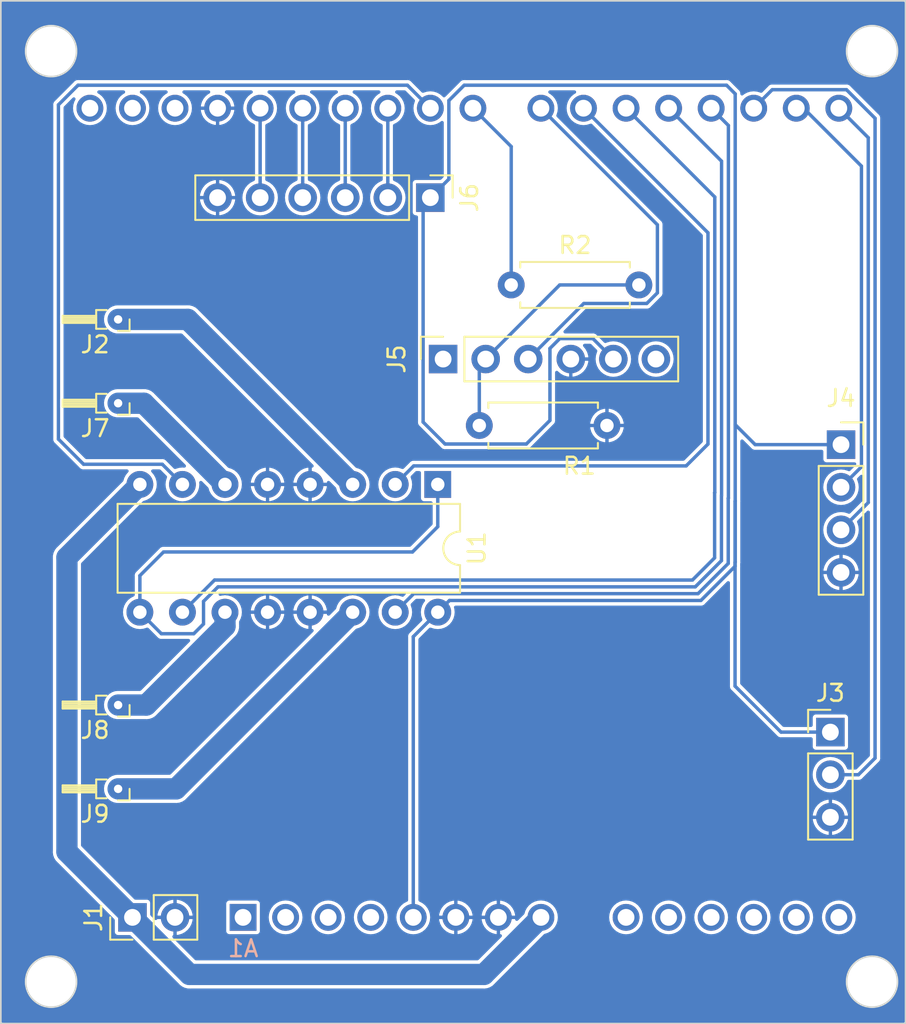
<source format=kicad_pcb>
(kicad_pcb (version 20221018) (generator pcbnew)
  (layers (0 "F.Cu" signal) (31 "B.Cu" signal) (34 "B.Paste" user) (35 "F.Paste" user) (36 "B.SilkS" user "B.Silkscreen") (37 "F.SilkS" user "F.Silkscreen") (38 "B.Mask" user) (39 "F.Mask" user) (44 "Edge.Cuts" user))
  (net 0 "")
  (net 5 "+5V")
  (net 6 "GND")
  (net 7 "VCC")
  (net 14 "/En_M")
  (net 15 "/Trig-SR04")
  (net 16 "/Echo-SR04")
  (net 17 "/M1_D1")
  (net 18 "/Din")
  (net 19 "/M1_D2")
  (net 20 "/M2_D1")
  (net 21 "/TX-HC05")
  (net 22 "/RX-HC05")
  (net 23 "/M2_D2")
  (net 24 "/S1")
  (net 25 "/S2")
  (net 26 "/S3")
  (net 27 "/S4")
  (net 32 "Net-(J5-Pin_2)")
  (net 34 "/PM1-1")
  (net 35 "/PM1-2")
  (net 36 "/PM2-1")
  (net 37 "/PM2-2")
  (footprint "Connector_PinHeader_2.54mm:PinHeader_1x02_P2.54mm_Vertical" (layer "F.Cu") (at 125.857 105.664 90)
    (fp_text reference "J1" (at 0 -2.33 90) (layer "F.SilkS"))
    (fp_text value "Battery")
    (fp_line (start -1.33 -1.33) (end 0 -1.33) (stroke (width 0.12)) (layer "F.SilkS"))
    (fp_line (start -1.33 0) (end -1.33 -1.33) (stroke (width 0.12)) (layer "F.SilkS"))
    (fp_line (start -1.33 1.27) (end -1.33 3.87) (stroke (width 0.12)) (layer "F.SilkS"))
    (fp_line (start -1.33 1.27) (end 1.33 1.27) (stroke (width 0.12)) (layer "F.SilkS"))
    (fp_line (start -1.33 3.87) (end 1.33 3.87) (stroke (width 0.12)) (layer "F.SilkS"))
    (fp_line (start 1.33 1.27) (end 1.33 3.87) (stroke (width 0.12)) (layer "F.SilkS"))
    (pad "1" thru_hole rect (at 0 0 90) (size 1.7 1.7) (drill 1) (layers "*.Cu" "*.Mask") (net 7 "VCC"))
    (pad "2" thru_hole oval (at 0 2.54 90) (size 1.7 1.7) (drill 1) (layers "*.Cu" "*.Mask") (net 6 "GND"))
  )
  (footprint "Connector_PinHeader_2.54mm:PinHeader_1x06_P2.54mm_Vertical" (layer "F.Cu") (at 143.637 62.738 -90)
    (fp_text reference "J6" (at 0 -2.33 -270) (layer "F.SilkS"))
    (fp_text value "CNY70")
    (fp_line (start -1.33 -1.33) (end 0 -1.33) (stroke (width 0.12)) (layer "F.SilkS"))
    (fp_line (start -1.33 0) (end -1.33 -1.33) (stroke (width 0.12)) (layer "F.SilkS"))
    (fp_line (start -1.33 1.27) (end -1.33 14.03) (stroke (width 0.12)) (layer "F.SilkS"))
    (fp_line (start -1.33 1.27) (end 1.33 1.27) (stroke (width 0.12)) (layer "F.SilkS"))
    (fp_line (start -1.33 14.03) (end 1.33 14.03) (stroke (width 0.12)) (layer "F.SilkS"))
    (fp_line (start 1.33 1.27) (end 1.33 14.03) (stroke (width 0.12)) (layer "F.SilkS"))
    (pad "1" thru_hole rect (at 0 0 270) (size 1.7 1.7) (drill 1) (layers "*.Cu" "*.Mask") (net 5 "+5V"))
    (pad "2" thru_hole oval (at 0 2.54 270) (size 1.7 1.7) (drill 1) (layers "*.Cu" "*.Mask") (net 24 "/S1"))
    (pad "3" thru_hole oval (at 0 5.08 270) (size 1.7 1.7) (drill 1) (layers "*.Cu" "*.Mask") (net 25 "/S2"))
    (pad "4" thru_hole oval (at 0 7.62 270) (size 1.7 1.7) (drill 1) (layers "*.Cu" "*.Mask") (net 26 "/S3"))
    (pad "5" thru_hole oval (at 0 10.16 270) (size 1.7 1.7) (drill 1) (layers "*.Cu" "*.Mask") (net 27 "/S4"))
    (pad "6" thru_hole oval (at 0 12.7 270) (size 1.7 1.7) (drill 1) (layers "*.Cu" "*.Mask") (net 6 "GND"))
  )
  (footprint "Connector_PinSocket_2.54mm:PinSocket_1x04_P2.54mm_Vertical" (layer "F.Cu") (at 168.148 77.47)
    (fp_text reference "J4" (at 0 -2.77) (layer "F.SilkS"))
    (fp_text value "SR-04")
    (fp_line (start -1.33 1.27) (end -1.33 8.95) (stroke (width 0.12)) (layer "F.SilkS"))
    (fp_line (start -1.33 1.27) (end 1.33 1.27) (stroke (width 0.12)) (layer "F.SilkS"))
    (fp_line (start -1.33 8.95) (end 1.33 8.95) (stroke (width 0.12)) (layer "F.SilkS"))
    (fp_line (start 0 -1.33) (end 1.33 -1.33) (stroke (width 0.12)) (layer "F.SilkS"))
    (fp_line (start 1.33 -1.33) (end 1.33 0) (stroke (width 0.12)) (layer "F.SilkS"))
    (fp_line (start 1.33 1.27) (end 1.33 8.95) (stroke (width 0.12)) (layer "F.SilkS"))
    (pad "1" thru_hole rect (at 0 0) (size 1.7 1.7) (drill 1) (layers "*.Cu" "*.Mask") (net 5 "+5V"))
    (pad "2" thru_hole oval (at 0 2.54) (size 1.7 1.7) (drill 1) (layers "*.Cu" "*.Mask") (net 15 "/Trig-SR04"))
    (pad "3" thru_hole oval (at 0 5.08) (size 1.7 1.7) (drill 1) (layers "*.Cu" "*.Mask") (net 16 "/Echo-SR04"))
    (pad "4" thru_hole oval (at 0 7.62) (size 1.7 1.7) (drill 1) (layers "*.Cu" "*.Mask") (net 6 "GND"))
  )
  (footprint "Resistor_THT:R_Axial_DIN0207_L6.3mm_D2.5mm_P7.62mm_Horizontal" (layer "F.Cu") (at 146.558 76.327)
    (fp_text reference "R1" (at 5.969 2.413) (layer "F.SilkS"))
    (fp_text value "2.2K")
    (fp_line (start 0.54 -1.37) (end 7.08 -1.37) (stroke (width 0.12)) (layer "F.SilkS"))
    (fp_line (start 0.54 -1.04) (end 0.54 -1.37) (stroke (width 0.12)) (layer "F.SilkS"))
    (fp_line (start 0.54 1.04) (end 0.54 1.37) (stroke (width 0.12)) (layer "F.SilkS"))
    (fp_line (start 0.54 1.37) (end 7.08 1.37) (stroke (width 0.12)) (layer "F.SilkS"))
    (fp_line (start 7.08 -1.37) (end 7.08 -1.04) (stroke (width 0.12)) (layer "F.SilkS"))
    (fp_line (start 7.08 1.37) (end 7.08 1.04) (stroke (width 0.12)) (layer "F.SilkS"))
    (pad "1" thru_hole circle (at 0 0) (size 1.6 1.6) (drill 0.8) (layers "*.Cu" "*.Mask") (net 32 "Net-(J5-Pin_2)"))
    (pad "2" thru_hole oval (at 7.62 0) (size 1.6 1.6) (drill 0.8) (layers "*.Cu" "*.Mask") (net 6 "GND"))
  )
  (footprint "Connector_PinHeader_1.00mm:PinHeader_1x01_P1.00mm_Horizontal" (layer "F.Cu") (at 125 75 180)
    (fp_text reference "J7" (at 1.375 -1.5) (layer "F.SilkS"))
    (fp_text value "M1-2")
    (fp_line (start -0.685 -0.685) (end 0 -0.685) (stroke (width 0.12)) (layer "F.SilkS"))
    (fp_line (start -0.685 0) (end -0.685 -0.685) (stroke (width 0.12)) (layer "F.SilkS"))
    (fp_line (start 0.685 -0.56) (end 1.31 -0.56) (stroke (width 0.12)) (layer "F.SilkS"))
    (fp_line (start 1.31 -0.56) (end 1.31 0.56) (stroke (width 0.12)) (layer "F.SilkS"))
    (fp_line (start 1.31 -0.21) (end 3.31 -0.21) (stroke (width 0.12)) (layer "F.SilkS"))
    (fp_line (start 1.31 -0.15) (end 3.31 -0.15) (stroke (width 0.12)) (layer "F.SilkS"))
    (fp_line (start 1.31 -0.03) (end 3.31 -0.03) (stroke (width 0.12)) (layer "F.SilkS"))
    (fp_line (start 1.31 0.09) (end 3.31 0.09) (stroke (width 0.12)) (layer "F.SilkS"))
    (fp_line (start 1.31 0.56) (end 0.685 0.56) (stroke (width 0.12)) (layer "F.SilkS"))
    (fp_line (start 3.31 -0.21) (end 3.31 0.21) (stroke (width 0.12)) (layer "F.SilkS"))
    (fp_line (start 3.31 0.21) (end 1.31 0.21) (stroke (width 0.12)) (layer "F.SilkS"))
    (pad "1" thru_hole rect (at 0 0 180) (size 0.85 0.85) (drill 0.5) (layers "*.Cu" "*.Mask") (net 35 "/PM1-2"))
  )
  (footprint "Connector_PinHeader_1.00mm:PinHeader_1x01_P1.00mm_Horizontal" (layer "F.Cu") (at 125 70 180)
    (fp_text reference "J2" (at 1.375 -1.5) (layer "F.SilkS"))
    (fp_text value "M1-1")
    (fp_line (start -0.685 -0.685) (end 0 -0.685) (stroke (width 0.12)) (layer "F.SilkS"))
    (fp_line (start -0.685 0) (end -0.685 -0.685) (stroke (width 0.12)) (layer "F.SilkS"))
    (fp_line (start 0.685 -0.56) (end 1.31 -0.56) (stroke (width 0.12)) (layer "F.SilkS"))
    (fp_line (start 1.31 -0.56) (end 1.31 0.56) (stroke (width 0.12)) (layer "F.SilkS"))
    (fp_line (start 1.31 -0.21) (end 3.31 -0.21) (stroke (width 0.12)) (layer "F.SilkS"))
    (fp_line (start 1.31 -0.15) (end 3.31 -0.15) (stroke (width 0.12)) (layer "F.SilkS"))
    (fp_line (start 1.31 -0.03) (end 3.31 -0.03) (stroke (width 0.12)) (layer "F.SilkS"))
    (fp_line (start 1.31 0.09) (end 3.31 0.09) (stroke (width 0.12)) (layer "F.SilkS"))
    (fp_line (start 1.31 0.56) (end 0.685 0.56) (stroke (width 0.12)) (layer "F.SilkS"))
    (fp_line (start 3.31 -0.21) (end 3.31 0.21) (stroke (width 0.12)) (layer "F.SilkS"))
    (fp_line (start 3.31 0.21) (end 1.31 0.21) (stroke (width 0.12)) (layer "F.SilkS"))
    (pad "1" thru_hole rect (at 0 0 180) (size 0.85 0.85) (drill 0.5) (layers "*.Cu" "*.Mask") (net 34 "/PM1-1"))
  )
  (footprint "Package_DIP:DIP-16_W7.62mm" (layer "F.Cu") (at 144.0792 79.8422 -90)
    (fp_text reference "U1" (at 3.81 -2.33 90) (layer "F.SilkS"))
    (fp_text value "L293D")
    (fp_line (start 1.16 -1.33) (end 1.16 19.11) (stroke (width 0.12)) (layer "F.SilkS"))
    (fp_line (start 1.16 19.11) (end 6.46 19.11) (stroke (width 0.12)) (layer "F.SilkS"))
    (fp_line (start 2.81 -1.33) (end 1.16 -1.33) (stroke (width 0.12)) (layer "F.SilkS"))
    (fp_line (start 6.46 -1.33) (end 4.81 -1.33) (stroke (width 0.12)) (layer "F.SilkS"))
    (fp_line (start 6.46 19.11) (end 6.46 -1.33) (stroke (width 0.12)) (layer "F.SilkS"))
    (fp_arc (start 4.81 -1.33) (mid 3.81 -0.33) (end 2.81 -1.33) (stroke (width 0.12)) (layer "F.SilkS"))
    (pad "1" thru_hole rect (at 0 0 270) (size 1.6 1.6) (drill 0.8) (layers "*.Cu" "*.Mask") (net 14 "/En_M"))
    (pad "2" thru_hole oval (at 0 2.54 270) (size 1.6 1.6) (drill 0.8) (layers "*.Cu" "*.Mask") (net 17 "/M1_D1"))
    (pad "3" thru_hole oval (at 0 5.08 270) (size 1.6 1.6) (drill 0.8) (layers "*.Cu" "*.Mask") (net 34 "/PM1-1"))
    (pad "4" thru_hole oval (at 0 7.62 270) (size 1.6 1.6) (drill 0.8) (layers "*.Cu" "*.Mask") (net 6 "GND"))
    (pad "5" thru_hole oval (at 0 10.16 270) (size 1.6 1.6) (drill 0.8) (layers "*.Cu" "*.Mask") (net 6 "GND"))
    (pad "6" thru_hole oval (at 0 12.7 270) (size 1.6 1.6) (drill 0.8) (layers "*.Cu" "*.Mask") (net 35 "/PM1-2"))
    (pad "7" thru_hole oval (at 0 15.24 270) (size 1.6 1.6) (drill 0.8) (layers "*.Cu" "*.Mask") (net 19 "/M1_D2"))
    (pad "8" thru_hole oval (at 0 17.78 270) (size 1.6 1.6) (drill 0.8) (layers "*.Cu" "*.Mask") (net 7 "VCC"))
    (pad "9" thru_hole oval (at 7.62 17.78 270) (size 1.6 1.6) (drill 0.8) (layers "*.Cu" "*.Mask") (net 14 "/En_M"))
    (pad "10" thru_hole oval (at 7.62 15.24 270) (size 1.6 1.6) (drill 0.8) (layers "*.Cu" "*.Mask") (net 20 "/M2_D1"))
    (pad "11" thru_hole oval (at 7.62 12.7 270) (size 1.6 1.6) (drill 0.8) (layers "*.Cu" "*.Mask") (net 36 "/PM2-1"))
    (pad "12" thru_hole oval (at 7.62 10.16 270) (size 1.6 1.6) (drill 0.8) (layers "*.Cu" "*.Mask") (net 6 "GND"))
    (pad "13" thru_hole oval (at 7.62 7.62 270) (size 1.6 1.6) (drill 0.8) (layers "*.Cu" "*.Mask") (net 6 "GND"))
    (pad "14" thru_hole oval (at 7.62 5.08 270) (size 1.6 1.6) (drill 0.8) (layers "*.Cu" "*.Mask") (net 37 "/PM2-2"))
    (pad "15" thru_hole oval (at 7.62 2.54 270) (size 1.6 1.6) (drill 0.8) (layers "*.Cu" "*.Mask") (net 23 "/M2_D2"))
    (pad "16" thru_hole oval (at 7.62 0 270) (size 1.6 1.6) (drill 0.8) (layers "*.Cu" "*.Mask") (net 5 "+5V"))
  )
  (footprint "Connector_PinSocket_2.54mm:PinSocket_1x06_P2.54mm_Vertical" (layer "F.Cu") (at 144.3986 72.365 90)
    (fp_text reference "J5" (at 0 -2.77 90) (layer "F.SilkS"))
    (fp_text value "HC-05")
    (fp_line (start -1.33 1.27) (end -1.33 14.03) (stroke (width 0.12)) (layer "F.SilkS"))
    (fp_line (start -1.33 1.27) (end 1.33 1.27) (stroke (width 0.12)) (layer "F.SilkS"))
    (fp_line (start -1.33 14.03) (end 1.33 14.03) (stroke (width 0.12)) (layer "F.SilkS"))
    (fp_line (start 0 -1.33) (end 1.33 -1.33) (stroke (width 0.12)) (layer "F.SilkS"))
    (fp_line (start 1.33 -1.33) (end 1.33 0) (stroke (width 0.12)) (layer "F.SilkS"))
    (fp_line (start 1.33 1.27) (end 1.33 14.03) (stroke (width 0.12)) (layer "F.SilkS"))
    (pad "1" thru_hole rect (at 0 0 90) (size 1.7 1.7) (drill 1) (layers "*.Cu" "*.Mask"))
    (pad "2" thru_hole oval (at 0 2.54 90) (size 1.7 1.7) (drill 1) (layers "*.Cu" "*.Mask") (net 32 "Net-(J5-Pin_2)"))
    (pad "3" thru_hole oval (at 0 5.08 90) (size 1.7 1.7) (drill 1) (layers "*.Cu" "*.Mask") (net 21 "/TX-HC05"))
    (pad "4" thru_hole oval (at 0 7.62 90) (size 1.7 1.7) (drill 1) (layers "*.Cu" "*.Mask") (net 6 "GND"))
    (pad "5" thru_hole oval (at 0 10.16 90) (size 1.7 1.7) (drill 1) (layers "*.Cu" "*.Mask") (net 5 "+5V"))
    (pad "6" thru_hole oval (at 0 12.7 90) (size 1.7 1.7) (drill 1) (layers "*.Cu" "*.Mask"))
  )
  (footprint "Connector_PinHeader_2.54mm:PinHeader_1x03_P2.54mm_Vertical" (layer "F.Cu") (at 167.513 94.615)
    (fp_text reference "J3" (at 0 -2.33) (layer "F.SilkS"))
    (fp_text value "LEDs")
    (fp_line (start -1.33 -1.33) (end 0 -1.33) (stroke (width 0.12)) (layer "F.SilkS"))
    (fp_line (start -1.33 0) (end -1.33 -1.33) (stroke (width 0.12)) (layer "F.SilkS"))
    (fp_line (start -1.33 1.27) (end -1.33 6.41) (stroke (width 0.12)) (layer "F.SilkS"))
    (fp_line (start -1.33 1.27) (end 1.33 1.27) (stroke (width 0.12)) (layer "F.SilkS"))
    (fp_line (start -1.33 6.41) (end 1.33 6.41) (stroke (width 0.12)) (layer "F.SilkS"))
    (fp_line (start 1.33 1.27) (end 1.33 6.41) (stroke (width 0.12)) (layer "F.SilkS"))
    (pad "1" thru_hole rect (at 0 0) (size 1.7 1.7) (drill 1) (layers "*.Cu" "*.Mask") (net 5 "+5V"))
    (pad "2" thru_hole oval (at 0 2.54) (size 1.7 1.7) (drill 1) (layers "*.Cu" "*.Mask") (net 18 "/Din"))
    (pad "3" thru_hole oval (at 0 5.08) (size 1.7 1.7) (drill 1) (layers "*.Cu" "*.Mask") (net 6 "GND"))
  )
  (footprint "Connector_PinHeader_1.00mm:PinHeader_1x01_P1.00mm_Horizontal" (layer "F.Cu") (at 125 93 180)
    (fp_text reference "J8" (at 1.375 -1.5) (layer "F.SilkS"))
    (fp_text value "M2-1")
    (fp_line (start -0.685 -0.685) (end 0 -0.685) (stroke (width 0.12)) (layer "F.SilkS"))
    (fp_line (start -0.685 0) (end -0.685 -0.685) (stroke (width 0.12)) (layer "F.SilkS"))
    (fp_line (start 0.685 -0.56) (end 1.31 -0.56) (stroke (width 0.12)) (layer "F.SilkS"))
    (fp_line (start 1.31 -0.56) (end 1.31 0.56) (stroke (width 0.12)) (layer "F.SilkS"))
    (fp_line (start 1.31 -0.21) (end 3.31 -0.21) (stroke (width 0.12)) (layer "F.SilkS"))
    (fp_line (start 1.31 -0.15) (end 3.31 -0.15) (stroke (width 0.12)) (layer "F.SilkS"))
    (fp_line (start 1.31 -0.03) (end 3.31 -0.03) (stroke (width 0.12)) (layer "F.SilkS"))
    (fp_line (start 1.31 0.09) (end 3.31 0.09) (stroke (width 0.12)) (layer "F.SilkS"))
    (fp_line (start 1.31 0.56) (end 0.685 0.56) (stroke (width 0.12)) (layer "F.SilkS"))
    (fp_line (start 3.31 -0.21) (end 3.31 0.21) (stroke (width 0.12)) (layer "F.SilkS"))
    (fp_line (start 3.31 0.21) (end 1.31 0.21) (stroke (width 0.12)) (layer "F.SilkS"))
    (pad "1" thru_hole rect (at 0 0 180) (size 0.85 0.85) (drill 0.5) (layers "*.Cu" "*.Mask") (net 36 "/PM2-1"))
  )
  (footprint "Resistor_THT:R_Axial_DIN0207_L6.3mm_D2.5mm_P7.62mm_Horizontal" (layer "F.Cu") (at 148.463 67.945)
    (fp_text reference "R2" (at 3.81 -2.37) (layer "F.SilkS"))
    (fp_text value "1K")
    (fp_line (start 0.54 -1.37) (end 7.08 -1.37) (stroke (width 0.12)) (layer "F.SilkS"))
    (fp_line (start 0.54 -1.04) (end 0.54 -1.37) (stroke (width 0.12)) (layer "F.SilkS"))
    (fp_line (start 0.54 1.04) (end 0.54 1.37) (stroke (width 0.12)) (layer "F.SilkS"))
    (fp_line (start 0.54 1.37) (end 7.08 1.37) (stroke (width 0.12)) (layer "F.SilkS"))
    (fp_line (start 7.08 -1.37) (end 7.08 -1.04) (stroke (width 0.12)) (layer "F.SilkS"))
    (fp_line (start 7.08 1.37) (end 7.08 1.04) (stroke (width 0.12)) (layer "F.SilkS"))
    (pad "1" thru_hole circle (at 0 0) (size 1.6 1.6) (drill 0.8) (layers "*.Cu" "*.Mask") (net 22 "/RX-HC05"))
    (pad "2" thru_hole oval (at 7.62 0) (size 1.6 1.6) (drill 0.8) (layers "*.Cu" "*.Mask") (net 32 "Net-(J5-Pin_2)"))
  )
  (footprint "Connector_PinHeader_1.00mm:PinHeader_1x01_P1.00mm_Horizontal" (layer "F.Cu") (at 125 98 180)
    (fp_text reference "J9" (at 1.375 -1.5) (layer "F.SilkS"))
    (fp_text value "M2-2")
    (fp_line (start -0.685 -0.685) (end 0 -0.685) (stroke (width 0.12)) (layer "F.SilkS"))
    (fp_line (start -0.685 0) (end -0.685 -0.685) (stroke (width 0.12)) (layer "F.SilkS"))
    (fp_line (start 0.685 -0.56) (end 1.31 -0.56) (stroke (width 0.12)) (layer "F.SilkS"))
    (fp_line (start 1.31 -0.56) (end 1.31 0.56) (stroke (width 0.12)) (layer "F.SilkS"))
    (fp_line (start 1.31 -0.21) (end 3.31 -0.21) (stroke (width 0.12)) (layer "F.SilkS"))
    (fp_line (start 1.31 -0.15) (end 3.31 -0.15) (stroke (width 0.12)) (layer "F.SilkS"))
    (fp_line (start 1.31 -0.03) (end 3.31 -0.03) (stroke (width 0.12)) (layer "F.SilkS"))
    (fp_line (start 1.31 0.09) (end 3.31 0.09) (stroke (width 0.12)) (layer "F.SilkS"))
    (fp_line (start 1.31 0.56) (end 0.685 0.56) (stroke (width 0.12)) (layer "F.SilkS"))
    (fp_line (start 3.31 -0.21) (end 3.31 0.21) (stroke (width 0.12)) (layer "F.SilkS"))
    (fp_line (start 3.31 0.21) (end 1.31 0.21) (stroke (width 0.12)) (layer "F.SilkS"))
    (pad "1" thru_hole rect (at 0 0 180) (size 0.85 0.85) (drill 0.5) (layers "*.Cu" "*.Mask") (net 37 "/PM2-2"))
  )
  (footprint "ArduinoPins:Arduino_UNO_R3-pins" (layer "B.Cu") (at 132.457 105.664)
    (fp_text reference "A1" (at 0.004 1.8542 180) (layer "B.SilkS") (effects (justify mirror)))
    (fp_text value "Arduino_UNO_R3" hide)
    (pad "1" thru_hole rect (at 0 0 270) (size 1.6 1.6) (drill 1) (layers "*.Cu" "*.Mask"))
    (pad "2" thru_hole oval (at 2.54 0 270) (size 1.6 1.6) (drill 1) (layers "*.Cu" "*.Mask"))
    (pad "3" thru_hole oval (at 5.08 0 270) (size 1.6 1.6) (drill 1) (layers "*.Cu" "*.Mask"))
    (pad "4" thru_hole oval (at 7.62 0 270) (size 1.6 1.6) (drill 1) (layers "*.Cu" "*.Mask"))
    (pad "5" thru_hole oval (at 10.16 0 270) (size 1.6 1.6) (drill 1) (layers "*.Cu" "*.Mask") (net 5 "+5V"))
    (pad "6" thru_hole oval (at 12.7 0 270) (size 1.6 1.6) (drill 1) (layers "*.Cu" "*.Mask") (net 6 "GND"))
    (pad "7" thru_hole oval (at 15.24 0 270) (size 1.6 1.6) (drill 1) (layers "*.Cu" "*.Mask") (net 6 "GND"))
    (pad "8" thru_hole oval (at 17.78 0 270) (size 1.6 1.6) (drill 1) (layers "*.Cu" "*.Mask") (net 7 "VCC"))
    (pad "9" thru_hole oval (at 22.86 0 270) (size 1.6 1.6) (drill 1) (layers "*.Cu" "*.Mask"))
    (pad "10" thru_hole oval (at 25.4 0 270) (size 1.6 1.6) (drill 1) (layers "*.Cu" "*.Mask"))
    (pad "11" thru_hole oval (at 27.94 0 270) (size 1.6 1.6) (drill 1) (layers "*.Cu" "*.Mask"))
    (pad "12" thru_hole oval (at 30.48 0 270) (size 1.6 1.6) (drill 1) (layers "*.Cu" "*.Mask"))
    (pad "13" thru_hole oval (at 33.02 0 270) (size 1.6 1.6) (drill 1) (layers "*.Cu" "*.Mask"))
    (pad "14" thru_hole oval (at 35.56 0 270) (size 1.6 1.6) (drill 1) (layers "*.Cu" "*.Mask"))
    (pad "15" thru_hole oval (at 35.56 -48.26 270) (size 1.6 1.6) (drill 1) (layers "*.Cu" "*.Mask") (net 16 "/Echo-SR04"))
    (pad "16" thru_hole oval (at 33.02 -48.26 270) (size 1.6 1.6) (drill 1) (layers "*.Cu" "*.Mask") (net 15 "/Trig-SR04"))
    (pad "17" thru_hole oval (at 30.48 -48.26 270) (size 1.6 1.6) (drill 1) (layers "*.Cu" "*.Mask") (net 18 "/Din"))
    (pad "18" thru_hole oval (at 27.94 -48.26 270) (size 1.6 1.6) (drill 1) (layers "*.Cu" "*.Mask") (net 23 "/M2_D2"))
    (pad "19" thru_hole oval (at 25.4 -48.26 270) (size 1.6 1.6) (drill 1) (layers "*.Cu" "*.Mask") (net 14 "/En_M"))
    (pad "20" thru_hole oval (at 22.86 -48.26 270) (size 1.6 1.6) (drill 1) (layers "*.Cu" "*.Mask") (net 20 "/M2_D1"))
    (pad "21" thru_hole oval (at 20.32 -48.26 270) (size 1.6 1.6) (drill 1) (layers "*.Cu" "*.Mask") (net 17 "/M1_D1"))
    (pad "22" thru_hole oval (at 17.78 -48.26 270) (size 1.6 1.6) (drill 1) (layers "*.Cu" "*.Mask") (net 21 "/TX-HC05"))
    (pad "23" thru_hole oval (at 13.72 -48.26 270) (size 1.6 1.6) (drill 1) (layers "*.Cu" "*.Mask") (net 22 "/RX-HC05"))
    (pad "24" thru_hole oval (at 11.18 -48.26 270) (size 1.6 1.6) (drill 1) (layers "*.Cu" "*.Mask") (net 19 "/M1_D2"))
    (pad "25" thru_hole oval (at 8.64 -48.26 270) (size 1.6 1.6) (drill 1) (layers "*.Cu" "*.Mask") (net 24 "/S1"))
    (pad "26" thru_hole oval (at 6.1 -48.26 270) (size 1.6 1.6) (drill 1) (layers "*.Cu" "*.Mask") (net 25 "/S2"))
    (pad "27" thru_hole oval (at 3.56 -48.26 270) (size 1.6 1.6) (drill 1) (layers "*.Cu" "*.Mask") (net 26 "/S3"))
    (pad "28" thru_hole oval (at 1.02 -48.26 270) (size 1.6 1.6) (drill 1) (layers "*.Cu" "*.Mask") (net 27 "/S4"))
    (pad "29" thru_hole oval (at -1.52 -48.26 270) (size 1.6 1.6) (drill 1) (layers "*.Cu" "*.Mask") (net 6 "GND"))
    (pad "30" thru_hole oval (at -4.06 -48.26 270) (size 1.6 1.6) (drill 1) (layers "*.Cu" "*.Mask"))
    (pad "31" thru_hole oval (at -6.6 -48.26 270) (size 1.6 1.6) (drill 1) (layers "*.Cu" "*.Mask"))
    (pad "32" thru_hole oval (at -9.14 -48.26 270) (size 1.6 1.6) (drill 1) (layers "*.Cu" "*.Mask"))
  )
  (gr_circle (center 121 109.5) (end 122.52 109.5) (stroke (width 0.1)) (fill none) (layer "Edge.Cuts"))
  (gr_rect (start 118 51) (end 172 112) (stroke (width 0.1)) (fill none) (layer "Edge.Cuts"))
  (gr_circle (center 170 54) (end 171.52 54) (stroke (width 0.1)) (fill none) (layer "Edge.Cuts"))
  (gr_circle (center 121 54) (end 122.52 54) (stroke (width 0.1)) (fill none) (layer "Edge.Cuts"))
  (gr_circle (center 170 109.5) (end 171.52 109.5) (stroke (width 0.1)) (fill none) (layer "Edge.Cuts"))
  (segment (start 161.3154 56.0324) (end 145.655776 56.0324) (width 0.2032) (layer "B.Cu") (net 5))
  (segment (start 149.3648 77.4318) (end 144.5132 77.4318) (width 0.2032) (layer "B.Cu") (net 5))
  (segment (start 142.617 105.664) (end 142.617 88.9244) (width 0.2032) (layer "B.Cu") (net 5))
  (segment (start 163.026 77.47) (end 161.8322 76.2762) (width 0.2032) (layer "B.Cu") (net 5))
  (segment (start 145.655776 56.0324) (end 144.7418 56.946376) (width 0.2032) (layer "B.Cu") (net 5))
  (segment (start 151.3586 71.1454) (end 150.7744 71.7296) (width 0.2032) (layer "B.Cu") (net 5))
  (segment (start 144.7776 86.7638) (end 159.784536 86.7638) (width 0.2032) (layer "B.Cu") (net 5))
  (segment (start 143.2052 76.1238) (end 143.2052 63.1698) (width 0.2032) (layer "B.Cu") (net 5))
  (segment (start 161.8322 84.4716) (end 161.8322 80.829936) (width 0.2032) (layer "B.Cu") (net 5))
  (segment (start 150.7744 71.7296) (end 150.7744 76.0222) (width 0.2032) (layer "B.Cu") (net 5))
  (segment (start 144.5132 77.4318) (end 143.2052 76.1238) (width 0.2032) (layer "B.Cu") (net 5))
  (segment (start 168.148 77.47) (end 163.026 77.47) (width 0.2032) (layer "B.Cu") (net 5))
  (segment (start 161.8234 91.8718) (end 161.8234 80.838736) (width 0.2032) (layer "B.Cu") (net 5))
  (segment (start 161.8322 56.5492) (end 161.3154 56.0324) (width 0.2032) (layer "B.Cu") (net 5))
  (segment (start 164.5666 94.615) (end 161.8234 91.8718) (width 0.2032) (layer "B.Cu") (net 5))
  (segment (start 153.339 71.1454) (end 151.3586 71.1454) (width 0.2032) (layer "B.Cu") (net 5))
  (segment (start 150.7744 76.0222) (end 149.3648 77.4318) (width 0.2032) (layer "B.Cu") (net 5))
  (segment (start 144.0792 87.4622) (end 144.7776 86.7638) (width 0.2032) (layer "B.Cu") (net 5))
  (segment (start 143.2052 63.1698) (end 143.637 62.738) (width 0.2032) (layer "B.Cu") (net 5))
  (segment (start 161.8234 80.838736) (end 161.8322 80.829936) (width 0.2032) (layer "B.Cu") (net 5))
  (segment (start 159.784536 86.7638) (end 161.8234 84.724936) (width 0.2032) (layer "B.Cu") (net 5))
  (segment (start 144.7418 61.6332) (end 143.637 62.738) (width 0.2032) (layer "B.Cu") (net 5))
  (segment (start 161.8234 84.4804) (end 161.8322 84.4716) (width 0.2032) (layer "B.Cu") (net 5))
  (segment (start 161.8322 80.829936) (end 161.8322 76.2762) (width 0.2032) (layer "B.Cu") (net 5))
  (segment (start 144.7418 56.946376) (end 144.7418 61.6332) (width 0.2032) (layer "B.Cu") (net 5))
  (segment (start 161.8322 76.2762) (end 161.8322 56.5492) (width 0.2032) (layer "B.Cu") (net 5))
  (segment (start 161.8234 84.724936) (end 161.8234 84.4804) (width 0.2032) (layer "B.Cu") (net 5))
  (segment (start 154.5586 72.365) (end 153.339 71.1454) (width 0.2032) (layer "B.Cu") (net 5))
  (segment (start 167.513 94.615) (end 164.5666 94.615) (width 0.2032) (layer "B.Cu") (net 5))
  (segment (start 142.617 88.9244) (end 144.0792 87.4622) (width 0.2032) (layer "B.Cu") (net 5))
  (segment (start 121.9454 101.7524) (end 121.9454 84.196) (width 1.27) (layer "B.Cu") (net 7))
  (segment (start 121.9454 84.196) (end 126.2992 79.8422) (width 1.27) (layer "B.Cu") (net 7))
  (segment (start 129.2606 109.0676) (end 146.8334 109.0676) (width 1.27) (layer "B.Cu") (net 7))
  (segment (start 125.857 105.664) (end 121.9454 101.7524) (width 1.27) (layer "B.Cu") (net 7))
  (segment (start 146.8334 109.0676) (end 150.237 105.664) (width 1.27) (layer "B.Cu") (net 7))
  (segment (start 125.857 105.664) (end 129.2606 109.0676) (width 1.27) (layer "B.Cu") (net 7))
  (segment (start 129.5146 88.7476) (end 127.5846 88.7476) (width 0.2032) (layer "B.Cu") (net 14))
  (segment (start 161.0106 84.388264) (end 159.447864 85.951) (width 0.2032) (layer "B.Cu") (net 14))
  (segment (start 130.965 85.951) (end 130.0988 86.8172) (width 0.2032) (layer "B.Cu") (net 14))
  (segment (start 130.0988 86.8172) (end 130.0988 88.1634) (width 0.2032) (layer "B.Cu") (net 14))
  (segment (start 127.5846 88.7476) (end 126.2992 87.4622) (width 0.2032) (layer "B.Cu") (net 14))
  (segment (start 159.447864 85.951) (end 130.965 85.951) (width 0.2032) (layer "B.Cu") (net 14))
  (segment (start 161.0194 80.493264) (end 161.0106 80.502064) (width 0.2032) (layer "B.Cu") (net 14))
  (segment (start 126.2992 87.4622) (end 126.2992 85.2828) (width 0.2032) (layer "B.Cu") (net 14))
  (segment (start 142.5702 83.8708) (end 144.0792 82.3618) (width 0.2032) (layer "B.Cu") (net 14))
  (segment (start 161.0194 60.5664) (end 161.0194 80.493264) (width 0.2032) (layer "B.Cu") (net 14))
  (segment (start 127.7112 83.8708) (end 142.5702 83.8708) (width 0.2032) (layer "B.Cu") (net 14))
  (segment (start 157.857 57.404) (end 161.0194 60.5664) (width 0.2032) (layer "B.Cu") (net 14))
  (segment (start 144.0792 82.3618) (end 144.0792 79.8422) (width 0.2032) (layer "B.Cu") (net 14))
  (segment (start 130.0988 88.1634) (end 129.5146 88.7476) (width 0.2032) (layer "B.Cu") (net 14))
  (segment (start 161.0106 80.502064) (end 161.0106 84.388264) (width 0.2032) (layer "B.Cu") (net 14))
  (segment (start 126.2992 85.2828) (end 127.7112 83.8708) (width 0.2032) (layer "B.Cu") (net 14))
  (segment (start 168.148 80.01) (end 169.3672 78.7908) (width 0.2032) (layer "B.Cu") (net 15))
  (segment (start 169.3672 60.8584) (end 165.9128 57.404) (width 0.2032) (layer "B.Cu") (net 15))
  (segment (start 169.3672 78.7908) (end 169.3672 60.8584) (width 0.2032) (layer "B.Cu") (net 15))
  (segment (start 165.9128 57.404) (end 165.477 57.404) (width 0.2032) (layer "B.Cu") (net 15))
  (segment (start 168.017 57.404) (end 169.7736 59.1606) (width 0.2032) (layer "B.Cu") (net 16))
  (segment (start 169.7736 80.9244) (end 168.148 82.55) (width 0.2032) (layer "B.Cu") (net 16))
  (segment (start 169.7736 59.1606) (end 169.7736 80.9244) (width 0.2032) (layer "B.Cu") (net 16))
  (segment (start 160.2066 64.8336) (end 152.777 57.404) (width 0.2032) (layer "B.Cu") (net 17))
  (segment (start 141.5392 79.8422) (end 142.644 78.7374) (width 0.2032) (layer "B.Cu") (net 17))
  (segment (start 160.2066 77.4358) (end 160.2066 64.8336) (width 0.2032) (layer "B.Cu") (net 17))
  (segment (start 142.644 78.7374) (end 158.905 78.7374) (width 0.2032) (layer "B.Cu") (net 17))
  (segment (start 158.905 78.7374) (end 160.2066 77.4358) (width 0.2032) (layer "B.Cu") (net 17))
  (segment (start 170.18 96.1644) (end 169.1894 97.155) (width 0.2032) (layer "B.Cu") (net 18))
  (segment (start 169.1894 97.155) (end 167.513 97.155) (width 0.2032) (layer "B.Cu") (net 18))
  (segment (start 162.937 57.404) (end 164.0418 56.2992) (width 0.2032) (layer "B.Cu") (net 18))
  (segment (start 164.0418 56.2992) (end 168.474624 56.2992) (width 0.2032) (layer "B.Cu") (net 18))
  (segment (start 170.18 58.004576) (end 170.18 96.1644) (width 0.2032) (layer "B.Cu") (net 18))
  (segment (start 168.474624 56.2992) (end 170.18 58.004576) (width 0.2032) (layer "B.Cu") (net 18))
  (segment (start 122.6058 56.0324) (end 121.4374 57.2008) (width 0.2032) (layer "B.Cu") (net 19))
  (segment (start 121.4374 77.1398) (end 122.936 78.6384) (width 0.2032) (layer "B.Cu") (net 19))
  (segment (start 127.6354 78.6384) (end 128.8392 79.8422) (width 0.2032) (layer "B.Cu") (net 19))
  (segment (start 143.637 57.404) (end 142.2654 56.0324) (width 0.2032) (layer "B.Cu") (net 19))
  (segment (start 121.4374 57.2008) (end 121.4374 77.1398) (width 0.2032) (layer "B.Cu") (net 19))
  (segment (start 122.936 78.6384) (end 127.6354 78.6384) (width 0.2032) (layer "B.Cu") (net 19))
  (segment (start 142.2654 56.0324) (end 122.6058 56.0324) (width 0.2032) (layer "B.Cu") (net 19))
  (segment (start 160.6042 80.333728) (end 160.6042 84.219928) (width 0.2032) (layer "B.Cu") (net 20))
  (segment (start 130.7568 85.5446) (end 128.8392 87.4622) (width 0.2032) (layer "B.Cu") (net 20))
  (segment (start 160.6042 84.219928) (end 159.279528 85.5446) (width 0.2032) (layer "B.Cu") (net 20))
  (segment (start 155.317 57.404) (end 160.613 62.7) (width 0.2032) (layer "B.Cu") (net 20))
  (segment (start 159.279528 85.5446) (end 130.7568 85.5446) (width 0.2032) (layer "B.Cu") (net 20))
  (segment (start 160.613 80.324928) (end 160.6042 80.333728) (width 0.2032) (layer "B.Cu") (net 20))
  (segment (start 160.613 62.7) (end 160.613 80.324928) (width 0.2032) (layer "B.Cu") (net 20))
  (segment (start 152.7938 69.0498) (end 156.553 69.0498) (width 0.2032) (layer "B.Cu") (net 21))
  (segment (start 156.553 69.0498) (end 157.1878 68.415) (width 0.2032) (layer "B.Cu") (net 21))
  (segment (start 157.1878 68.415) (end 157.1878 64.3548) (width 0.2032) (layer "B.Cu") (net 21))
  (segment (start 157.1878 64.3548) (end 150.237 57.404) (width 0.2032) (layer "B.Cu") (net 21))
  (segment (start 149.4786 72.365) (end 152.7938 69.0498) (width 0.2032) (layer "B.Cu") (net 21))
  (segment (start 148.463 59.69) (end 146.177 57.404) (width 0.2032) (layer "B.Cu") (net 22))
  (segment (start 148.463 67.945) (end 148.463 59.69) (width 0.2032) (layer "B.Cu") (net 22))
  (segment (start 161.417 84.5566) (end 159.6162 86.3574) (width 0.2032) (layer "B.Cu") (net 23))
  (segment (start 160.397 57.404) (end 161.4258 58.4328) (width 0.2032) (layer "B.Cu") (net 23))
  (segment (start 142.644 86.3574) (end 141.5392 87.4622) (width 0.2032) (layer "B.Cu") (net 23))
  (segment (start 161.4258 58.4328) (end 161.4258 80.6616) (width 0.2032) (layer "B.Cu") (net 23))
  (segment (start 161.417 80.6704) (end 161.417 84.5566) (width 0.2032) (layer "B.Cu") (net 23))
  (segment (start 159.6162 86.3574) (end 142.644 86.3574) (width 0.2032) (layer "B.Cu") (net 23))
  (segment (start 161.4258 80.6616) (end 161.417 80.6704) (width 0.2032) (layer "B.Cu") (net 23))
  (segment (start 141.097 62.738) (end 141.097 57.404) (width 0.2032) (layer "B.Cu") (net 24))
  (segment (start 138.557 62.738) (end 138.557 57.404) (width 0.2032) (layer "B.Cu") (net 25))
  (segment (start 136.017 62.738) (end 136.017 57.404) (width 0.2032) (layer "B.Cu") (net 26))
  (segment (start 133.477 62.738) (end 133.477 57.404) (width 0.2032) (layer "B.Cu") (net 27))
  (segment (start 146.558 72.7456) (end 146.9386 72.365) (width 0.2032) (layer "B.Cu") (net 32))
  (segment (start 146.558 76.327) (end 146.558 72.7456) (width 0.2032) (layer "B.Cu") (net 32))
  (segment (start 146.9386 72.365) (end 151.3586 67.945) (width 0.2032) (layer "B.Cu") (net 32))
  (segment (start 151.3586 67.945) (end 156.083 67.945) (width 0.2032) (layer "B.Cu") (net 32))
  (segment (start 129.157 70) (end 138.9992 79.8422) (width 1.27) (layer "B.Cu") (net 34))
  (segment (start 125 70) (end 129.157 70) (width 1.27) (layer "B.Cu") (net 34))
  (segment (start 125 75) (end 126.537 75) (width 1.27) (layer "B.Cu") (net 35))
  (segment (start 126.537 75) (end 131.3792 79.8422) (width 1.27) (layer "B.Cu") (net 35))
  (segment (start 125 93) (end 126.6846 93) (width 1.27) (layer "B.Cu") (net 36))
  (segment (start 126.6846 93) (end 131.3792 88.3054) (width 1.27) (layer "B.Cu") (net 36))
  (segment (start 131.3792 88.3054) (end 131.3792 87.4622) (width 1.27) (layer "B.Cu") (net 36))
  (segment (start 128.4614 98) (end 138.9992 87.4622) (width 1.27) (layer "B.Cu") (net 37))
  (segment (start 125 98) (end 128.4614 98) (width 1.27) (layer "B.Cu") (net 37))
  (zone (net 6) (net_name "GND") (layer "B.Cu") (connect_pads (clearance 0.2032)) (min_thickness 0.2032) (fill yes (thermal_gap 0.2032) (thermal_bridge_width 0.2032))
    (polygon (pts (xy 118.0338 51.0286) (xy 171.958 51.0286) (xy 171.958 111.9632) (xy 118.0338 111.9632)))
  )
)
</source>
